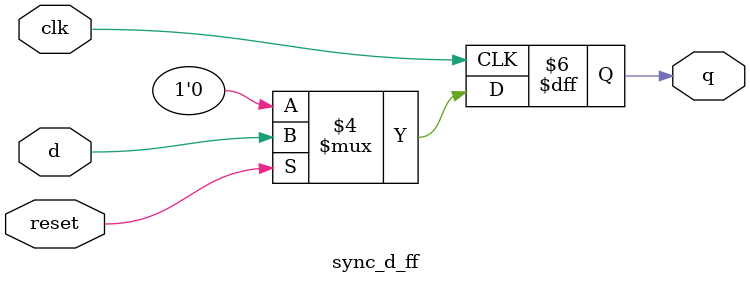
<source format=v>
module sync_d_ff (d, clk, reset, q);
    input d, clk, reset;
    output q;
    reg q;

    always @(posedge clk)
        if (~reset) begin
            q <= 1'b0;
        end else begin
            q <= d;
        end
endmodule
</source>
